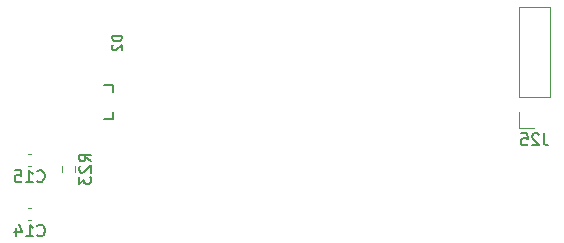
<source format=gbr>
%TF.GenerationSoftware,KiCad,Pcbnew,7.0.9*%
%TF.CreationDate,2023-12-08T23:53:58+01:00*%
%TF.ProjectId,SMPS_V1_data,534d5053-5f56-4315-9f64-6174612e6b69,rev?*%
%TF.SameCoordinates,Original*%
%TF.FileFunction,Legend,Bot*%
%TF.FilePolarity,Positive*%
%FSLAX46Y46*%
G04 Gerber Fmt 4.6, Leading zero omitted, Abs format (unit mm)*
G04 Created by KiCad (PCBNEW 7.0.9) date 2023-12-08 23:53:58*
%MOMM*%
%LPD*%
G01*
G04 APERTURE LIST*
%ADD10C,0.150000*%
%ADD11C,0.120000*%
%ADD12C,0.152400*%
G04 APERTURE END LIST*
D10*
X164173723Y-94455619D02*
X164173723Y-95169904D01*
X164173723Y-95169904D02*
X164221342Y-95312761D01*
X164221342Y-95312761D02*
X164316580Y-95408000D01*
X164316580Y-95408000D02*
X164459437Y-95455619D01*
X164459437Y-95455619D02*
X164554675Y-95455619D01*
X163745151Y-94550857D02*
X163697532Y-94503238D01*
X163697532Y-94503238D02*
X163602294Y-94455619D01*
X163602294Y-94455619D02*
X163364199Y-94455619D01*
X163364199Y-94455619D02*
X163268961Y-94503238D01*
X163268961Y-94503238D02*
X163221342Y-94550857D01*
X163221342Y-94550857D02*
X163173723Y-94646095D01*
X163173723Y-94646095D02*
X163173723Y-94741333D01*
X163173723Y-94741333D02*
X163221342Y-94884190D01*
X163221342Y-94884190D02*
X163792770Y-95455619D01*
X163792770Y-95455619D02*
X163173723Y-95455619D01*
X162268961Y-94455619D02*
X162745151Y-94455619D01*
X162745151Y-94455619D02*
X162792770Y-94931809D01*
X162792770Y-94931809D02*
X162745151Y-94884190D01*
X162745151Y-94884190D02*
X162649913Y-94836571D01*
X162649913Y-94836571D02*
X162411818Y-94836571D01*
X162411818Y-94836571D02*
X162316580Y-94884190D01*
X162316580Y-94884190D02*
X162268961Y-94931809D01*
X162268961Y-94931809D02*
X162221342Y-95027047D01*
X162221342Y-95027047D02*
X162221342Y-95265142D01*
X162221342Y-95265142D02*
X162268961Y-95360380D01*
X162268961Y-95360380D02*
X162316580Y-95408000D01*
X162316580Y-95408000D02*
X162411818Y-95455619D01*
X162411818Y-95455619D02*
X162649913Y-95455619D01*
X162649913Y-95455619D02*
X162745151Y-95408000D01*
X162745151Y-95408000D02*
X162792770Y-95360380D01*
X121291857Y-103068580D02*
X121339476Y-103116200D01*
X121339476Y-103116200D02*
X121482333Y-103163819D01*
X121482333Y-103163819D02*
X121577571Y-103163819D01*
X121577571Y-103163819D02*
X121720428Y-103116200D01*
X121720428Y-103116200D02*
X121815666Y-103020961D01*
X121815666Y-103020961D02*
X121863285Y-102925723D01*
X121863285Y-102925723D02*
X121910904Y-102735247D01*
X121910904Y-102735247D02*
X121910904Y-102592390D01*
X121910904Y-102592390D02*
X121863285Y-102401914D01*
X121863285Y-102401914D02*
X121815666Y-102306676D01*
X121815666Y-102306676D02*
X121720428Y-102211438D01*
X121720428Y-102211438D02*
X121577571Y-102163819D01*
X121577571Y-102163819D02*
X121482333Y-102163819D01*
X121482333Y-102163819D02*
X121339476Y-102211438D01*
X121339476Y-102211438D02*
X121291857Y-102259057D01*
X120339476Y-103163819D02*
X120910904Y-103163819D01*
X120625190Y-103163819D02*
X120625190Y-102163819D01*
X120625190Y-102163819D02*
X120720428Y-102306676D01*
X120720428Y-102306676D02*
X120815666Y-102401914D01*
X120815666Y-102401914D02*
X120910904Y-102449533D01*
X119482333Y-102497152D02*
X119482333Y-103163819D01*
X119720428Y-102116200D02*
X119958523Y-102830485D01*
X119958523Y-102830485D02*
X119339476Y-102830485D01*
X128423818Y-86203834D02*
X127623818Y-86203834D01*
X127623818Y-86203834D02*
X127623818Y-86394310D01*
X127623818Y-86394310D02*
X127661913Y-86508596D01*
X127661913Y-86508596D02*
X127738103Y-86584786D01*
X127738103Y-86584786D02*
X127814294Y-86622881D01*
X127814294Y-86622881D02*
X127966675Y-86660977D01*
X127966675Y-86660977D02*
X128080961Y-86660977D01*
X128080961Y-86660977D02*
X128233342Y-86622881D01*
X128233342Y-86622881D02*
X128309532Y-86584786D01*
X128309532Y-86584786D02*
X128385723Y-86508596D01*
X128385723Y-86508596D02*
X128423818Y-86394310D01*
X128423818Y-86394310D02*
X128423818Y-86203834D01*
X127700008Y-86965738D02*
X127661913Y-87003834D01*
X127661913Y-87003834D02*
X127623818Y-87080024D01*
X127623818Y-87080024D02*
X127623818Y-87270500D01*
X127623818Y-87270500D02*
X127661913Y-87346691D01*
X127661913Y-87346691D02*
X127700008Y-87384786D01*
X127700008Y-87384786D02*
X127776199Y-87422881D01*
X127776199Y-87422881D02*
X127852389Y-87422881D01*
X127852389Y-87422881D02*
X127966675Y-87384786D01*
X127966675Y-87384786D02*
X128423818Y-86927643D01*
X128423818Y-86927643D02*
X128423818Y-87422881D01*
X121278857Y-98483580D02*
X121326476Y-98531200D01*
X121326476Y-98531200D02*
X121469333Y-98578819D01*
X121469333Y-98578819D02*
X121564571Y-98578819D01*
X121564571Y-98578819D02*
X121707428Y-98531200D01*
X121707428Y-98531200D02*
X121802666Y-98435961D01*
X121802666Y-98435961D02*
X121850285Y-98340723D01*
X121850285Y-98340723D02*
X121897904Y-98150247D01*
X121897904Y-98150247D02*
X121897904Y-98007390D01*
X121897904Y-98007390D02*
X121850285Y-97816914D01*
X121850285Y-97816914D02*
X121802666Y-97721676D01*
X121802666Y-97721676D02*
X121707428Y-97626438D01*
X121707428Y-97626438D02*
X121564571Y-97578819D01*
X121564571Y-97578819D02*
X121469333Y-97578819D01*
X121469333Y-97578819D02*
X121326476Y-97626438D01*
X121326476Y-97626438D02*
X121278857Y-97674057D01*
X120326476Y-98578819D02*
X120897904Y-98578819D01*
X120612190Y-98578819D02*
X120612190Y-97578819D01*
X120612190Y-97578819D02*
X120707428Y-97721676D01*
X120707428Y-97721676D02*
X120802666Y-97816914D01*
X120802666Y-97816914D02*
X120897904Y-97864533D01*
X119421714Y-97578819D02*
X119897904Y-97578819D01*
X119897904Y-97578819D02*
X119945523Y-98055009D01*
X119945523Y-98055009D02*
X119897904Y-98007390D01*
X119897904Y-98007390D02*
X119802666Y-97959771D01*
X119802666Y-97959771D02*
X119564571Y-97959771D01*
X119564571Y-97959771D02*
X119469333Y-98007390D01*
X119469333Y-98007390D02*
X119421714Y-98055009D01*
X119421714Y-98055009D02*
X119374095Y-98150247D01*
X119374095Y-98150247D02*
X119374095Y-98388342D01*
X119374095Y-98388342D02*
X119421714Y-98483580D01*
X119421714Y-98483580D02*
X119469333Y-98531200D01*
X119469333Y-98531200D02*
X119564571Y-98578819D01*
X119564571Y-98578819D02*
X119802666Y-98578819D01*
X119802666Y-98578819D02*
X119897904Y-98531200D01*
X119897904Y-98531200D02*
X119945523Y-98483580D01*
X125822819Y-96813142D02*
X125346628Y-96479809D01*
X125822819Y-96241714D02*
X124822819Y-96241714D01*
X124822819Y-96241714D02*
X124822819Y-96622666D01*
X124822819Y-96622666D02*
X124870438Y-96717904D01*
X124870438Y-96717904D02*
X124918057Y-96765523D01*
X124918057Y-96765523D02*
X125013295Y-96813142D01*
X125013295Y-96813142D02*
X125156152Y-96813142D01*
X125156152Y-96813142D02*
X125251390Y-96765523D01*
X125251390Y-96765523D02*
X125299009Y-96717904D01*
X125299009Y-96717904D02*
X125346628Y-96622666D01*
X125346628Y-96622666D02*
X125346628Y-96241714D01*
X124918057Y-97194095D02*
X124870438Y-97241714D01*
X124870438Y-97241714D02*
X124822819Y-97336952D01*
X124822819Y-97336952D02*
X124822819Y-97575047D01*
X124822819Y-97575047D02*
X124870438Y-97670285D01*
X124870438Y-97670285D02*
X124918057Y-97717904D01*
X124918057Y-97717904D02*
X125013295Y-97765523D01*
X125013295Y-97765523D02*
X125108533Y-97765523D01*
X125108533Y-97765523D02*
X125251390Y-97717904D01*
X125251390Y-97717904D02*
X125822819Y-97146476D01*
X125822819Y-97146476D02*
X125822819Y-97765523D01*
X124822819Y-98098857D02*
X124822819Y-98717904D01*
X124822819Y-98717904D02*
X125203771Y-98384571D01*
X125203771Y-98384571D02*
X125203771Y-98527428D01*
X125203771Y-98527428D02*
X125251390Y-98622666D01*
X125251390Y-98622666D02*
X125299009Y-98670285D01*
X125299009Y-98670285D02*
X125394247Y-98717904D01*
X125394247Y-98717904D02*
X125632342Y-98717904D01*
X125632342Y-98717904D02*
X125727580Y-98670285D01*
X125727580Y-98670285D02*
X125775200Y-98622666D01*
X125775200Y-98622666D02*
X125822819Y-98527428D01*
X125822819Y-98527428D02*
X125822819Y-98241714D01*
X125822819Y-98241714D02*
X125775200Y-98146476D01*
X125775200Y-98146476D02*
X125727580Y-98098857D01*
D11*
%TO.C,J25*%
X162034200Y-83720800D02*
X164694200Y-83720800D01*
X162034200Y-91400800D02*
X162034200Y-83720800D01*
X162034200Y-91400800D02*
X164694200Y-91400800D01*
X162034200Y-92670800D02*
X162034200Y-94000800D01*
X162034200Y-94000800D02*
X163364200Y-94000800D01*
X164694200Y-91400800D02*
X164694200Y-83720800D01*
%TO.C,C14*%
X120508420Y-100769000D02*
X120789580Y-100769000D01*
X120508420Y-101789000D02*
X120789580Y-101789000D01*
D12*
%TO.C,D2*%
X126917600Y-93224400D02*
X127730400Y-93224400D01*
X127730400Y-93224400D02*
X127730400Y-92665600D01*
X127730400Y-90938400D02*
X127730400Y-90379600D01*
X127730400Y-90379600D02*
X126917600Y-90379600D01*
D11*
%TO.C,C15*%
X120495420Y-96184000D02*
X120776580Y-96184000D01*
X120495420Y-97204000D02*
X120776580Y-97204000D01*
%TO.C,R23*%
X123415500Y-97693258D02*
X123415500Y-97218742D01*
X124460500Y-97693258D02*
X124460500Y-97218742D01*
%TD*%
M02*

</source>
